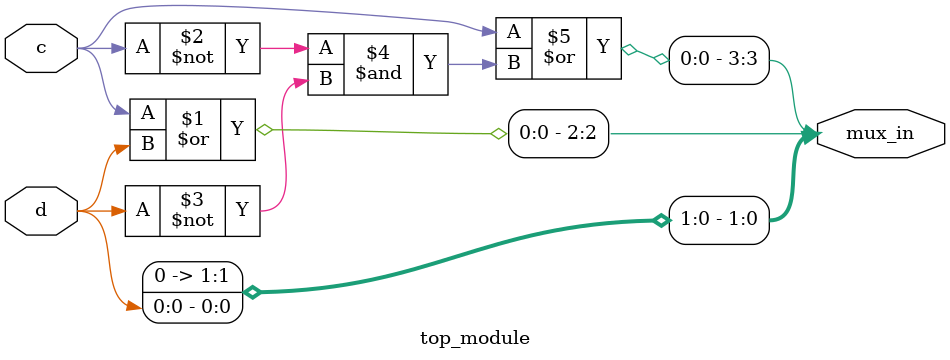
<source format=sv>
module top_module (
    input c,
    input d,
    output [3:0] mux_in
);

    // Assign outputs based on K-map
    assign mux_in[0] = d;               // ab = 00; f(0, 0) = d
    assign mux_in[1] = 0;               // ab = 01; f(0, 1) = 0
    assign mux_in[2] = c | d;           // ab = 11; f(1, 1) = c + d
    assign mux_in[3] = c | (~c & ~d);   // ab = 10; f(1, 0) = c + (~c * ~d) = 1

endmodule

</source>
